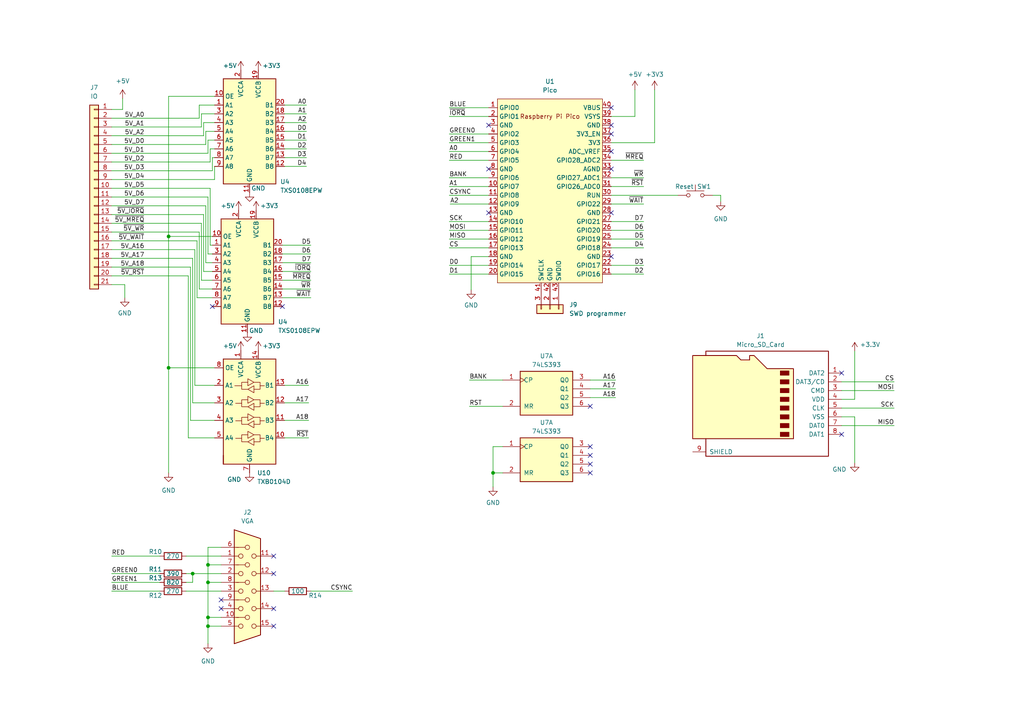
<source format=kicad_sch>
(kicad_sch (version 20230121) (generator eeschema)
  (paper "A4")
  (lib_symbols
    (symbol "74xx:74LS393" (pin_names (offset 1.016))
      (property "Reference" "U" (at -7.62 8.89 0))
      (property "Value" "74LS393" (at -7.62 -8.89 0))
      (symbol "74LS393_1_0"
        (pin input clock (at -12.7 2.54 0) (length 5.08) (name "CP") (number "1"))
        (pin input line (at -12.7 -5.08 0) (length 5.08) (name "MR") (number "2"))
        (pin output line (at 12.7 2.54 180) (length 5.08) (name "Q0") (number "3"))
        (pin output line (at 12.7 0 180) (length 5.08) (name "Q1") (number "4"))
        (pin output line (at 12.7 -2.54 180) (length 5.08) (name "Q2") (number "5"))
        (pin output line (at 12.7 -5.08 180) (length 5.08) (name "Q3") (number "6"))
      )
      (symbol "74LS393_1_1"
        (rectangle (start -7.62 5.08) (end 7.62 -7.62) (stroke (width 0.254)) (fill (type background)))
      )
      (symbol "74LS393_2_0"
        (pin output line (at 12.7 0 180) (length 5.08) (name "Q1") (number "10"))
        (pin output line (at 12.7 2.54 180) (length 5.08) (name "Q0") (number "11"))
        (pin input line (at -12.7 -5.08 0) (length 5.08) (name "MR") (number "12"))
        (pin input clock (at -12.7 2.54 0) (length 5.08) (name "CP") (number "13"))
        (pin output line (at 12.7 -5.08 180) (length 5.08) (name "Q3") (number "8"))
        (pin output line (at 12.7 -2.54 180) (length 5.08) (name "Q2") (number "9"))
      )
      (symbol "74LS393_2_1"
        (rectangle (start -7.62 5.08) (end 7.62 -7.62) (stroke (width 0.254)) (fill (type background)))
      )
      (symbol "74LS393_3_0"
        (pin power_in line (at 0 12.7 270) (length 5.08) (name "VCC") (number "14"))
        (pin power_in line (at 0 -12.7 90) (length 5.08) (name "GND") (number "7"))
      )
      (symbol "74LS393_3_1"
        (rectangle (start -5.08 7.62) (end 5.08 -7.62) (stroke (width 0.254)) (fill (type background)))
      )
    )
    (symbol "Connector:DE15_Receptacle_HighDensity" (pin_names (offset 1.016) hide)
      (property "Reference" "J" (at 0 21.59 0))
      (property "Value" "DE15_Receptacle_HighDensity" (at 0 19.05 0))
      (symbol "DE15_Receptacle_HighDensity_0_1"
        (circle (center -1.905 -10.16) (radius 0.635))
        (circle (center -1.905 -5.08) (radius 0.635))
        (circle (center -1.905 0) (radius 0.635))
        (circle (center -1.905 5.08) (radius 0.635))
        (circle (center -1.905 10.16) (radius 0.635))
        (circle (center 0 -7.62) (radius 0.635))
        (circle (center 0 -2.54) (radius 0.635))
        (polyline (pts (xy -3.175 7.62) (xy -0.635 7.62)))
        (polyline (pts (xy -0.635 -7.62) (xy -3.175 -7.62)))
        (polyline (pts (xy -0.635 -2.54) (xy -3.175 -2.54)))
        (polyline (pts (xy -0.635 2.54) (xy -3.175 2.54)))
        (polyline (pts (xy -0.635 12.7) (xy -3.175 12.7)))
        (polyline (pts (xy -3.81 17.78) (xy -3.81 -15.24) (xy 3.81 -12.7) (xy 3.81 15.24) (xy -3.81 17.78)) (stroke (width 0.254)) (fill (type background)))
        (circle (center 0 2.54) (radius 0.635))
        (circle (center 0 7.62) (radius 0.635))
        (circle (center 0 12.7) (radius 0.635))
        (circle (center 1.905 -10.16) (radius 0.635))
        (circle (center 1.905 -5.08) (radius 0.635))
        (circle (center 1.905 0) (radius 0.635))
        (circle (center 1.905 5.08) (radius 0.635))
        (circle (center 1.905 10.16) (radius 0.635))
      )
      (symbol "DE15_Receptacle_HighDensity_1_1"
        (pin passive line (at -7.62 10.16 0) (length 5.08) (name "~") (number "1"))
        (pin passive line (at -7.62 -7.62 0) (length 5.08) (name "~") (number "10"))
        (pin passive line (at 7.62 10.16 180) (length 5.08) (name "~") (number "11"))
        (pin passive line (at 7.62 5.08 180) (length 5.08) (name "~") (number "12"))
        (pin passive line (at 7.62 0 180) (length 5.08) (name "~") (number "13"))
        (pin passive line (at 7.62 -5.08 180) (length 5.08) (name "~") (number "14"))
        (pin passive line (at 7.62 -10.16 180) (length 5.08) (name "~") (number "15"))
        (pin passive line (at -7.62 5.08 0) (length 5.08) (name "~") (number "2"))
        (pin passive line (at -7.62 0 0) (length 5.08) (name "~") (number "3"))
        (pin passive line (at -7.62 -5.08 0) (length 5.08) (name "~") (number "4"))
        (pin passive line (at -7.62 -10.16 0) (length 5.08) (name "~") (number "5"))
        (pin passive line (at -7.62 12.7 0) (length 5.08) (name "~") (number "6"))
        (pin passive line (at -7.62 7.62 0) (length 5.08) (name "~") (number "7"))
        (pin passive line (at -7.62 2.54 0) (length 5.08) (name "~") (number "8"))
        (pin passive line (at -7.62 -2.54 0) (length 5.08) (name "~") (number "9"))
      )
    )
    (symbol "Connector:Micro_SD_Card" (pin_names (offset 1.016))
      (property "Reference" "J" (at -16.51 15.24 0))
      (property "Value" "Micro_SD_Card" (at 16.51 15.24 0))
      (symbol "Micro_SD_Card_0_1"
        (rectangle (start -7.62 -9.525) (end -5.08 -10.795) (fill (type outline)))
        (rectangle (start -7.62 -6.985) (end -5.08 -8.255) (fill (type outline)))
        (rectangle (start -7.62 -4.445) (end -5.08 -5.715) (fill (type outline)))
        (rectangle (start -7.62 -1.905) (end -5.08 -3.175) (fill (type outline)))
        (rectangle (start -7.62 0.635) (end -5.08 -0.635) (fill (type outline)))
        (rectangle (start -7.62 3.175) (end -5.08 1.905) (fill (type outline)))
        (rectangle (start -7.62 5.715) (end -5.08 4.445) (fill (type outline)))
        (rectangle (start -7.62 8.255) (end -5.08 6.985) (fill (type outline)))
        (polyline (pts (xy 16.51 12.7) (xy 16.51 13.97) (xy -19.05 13.97) (xy -19.05 -16.51) (xy 16.51 -16.51) (xy 16.51 -11.43)) (stroke (width 0.254)))
        (polyline (pts (xy -8.89 -11.43) (xy -8.89 8.89) (xy -1.27 8.89) (xy 2.54 12.7) (xy 3.81 12.7) (xy 3.81 11.43) (xy 6.35 11.43) (xy 7.62 12.7) (xy 20.32 12.7) (xy 20.32 -11.43) (xy -8.89 -11.43)) (stroke (width 0.254)) (fill (type background)))
      )
      (symbol "Micro_SD_Card_1_1"
        (pin bidirectional line (at -22.86 7.62 0) (length 3.81) (name "DAT2") (number "1"))
        (pin bidirectional line (at -22.86 5.08 0) (length 3.81) (name "DAT3/CD") (number "2"))
        (pin input line (at -22.86 2.54 0) (length 3.81) (name "CMD") (number "3"))
        (pin power_in line (at -22.86 0 0) (length 3.81) (name "VDD") (number "4"))
        (pin input line (at -22.86 -2.54 0) (length 3.81) (name "CLK") (number "5"))
        (pin power_in line (at -22.86 -5.08 0) (length 3.81) (name "VSS") (number "6"))
        (pin bidirectional line (at -22.86 -7.62 0) (length 3.81) (name "DAT0") (number "7"))
        (pin bidirectional line (at -22.86 -10.16 0) (length 3.81) (name "DAT1") (number "8"))
        (pin passive line (at 20.32 -15.24 180) (length 3.81) (name "SHIELD") (number "9"))
      )
    )
    (symbol "Connector_Generic:Conn_01x03" (pin_names (offset 1.016) hide)
      (property "Reference" "J" (at 0 5.08 0))
      (property "Value" "Conn_01x03" (at 0 -5.08 0))
      (symbol "Conn_01x03_1_1"
        (rectangle (start -1.27 -2.413) (end 0 -2.667) (stroke (width 0.1524)))
        (rectangle (start -1.27 0.127) (end 0 -0.127) (stroke (width 0.1524)))
        (rectangle (start -1.27 2.667) (end 0 2.413) (stroke (width 0.1524)))
        (rectangle (start -1.27 3.81) (end 1.27 -3.81) (stroke (width 0.254)) (fill (type background)))
        (pin passive line (at -5.08 2.54 0) (length 3.81) (name "Pin_1") (number "1"))
        (pin passive line (at -5.08 0 0) (length 3.81) (name "Pin_2") (number "2"))
        (pin passive line (at -5.08 -2.54 0) (length 3.81) (name "Pin_3") (number "3"))
      )
    )
    (symbol "Connector_Generic:Conn_01x21" (pin_names (offset 1.016) hide)
      (property "Reference" "J" (at 0 27.94 0))
      (property "Value" "Conn_01x21" (at 0 -27.94 0))
      (symbol "Conn_01x21_1_1"
        (rectangle (start -1.27 -25.273) (end 0 -25.527) (stroke (width 0.1524)))
        (rectangle (start -1.27 -22.733) (end 0 -22.987) (stroke (width 0.1524)))
        (rectangle (start -1.27 -20.193) (end 0 -20.447) (stroke (width 0.1524)))
        (rectangle (start -1.27 -17.653) (end 0 -17.907) (stroke (width 0.1524)))
        (rectangle (start -1.27 -15.113) (end 0 -15.367) (stroke (width 0.1524)))
        (rectangle (start -1.27 -12.573) (end 0 -12.827) (stroke (width 0.1524)))
        (rectangle (start -1.27 -10.033) (end 0 -10.287) (stroke (width 0.1524)))
        (rectangle (start -1.27 -7.493) (end 0 -7.747) (stroke (width 0.1524)))
        (rectangle (start -1.27 -4.953) (end 0 -5.207) (stroke (width 0.1524)))
        (rectangle (start -1.27 -2.413) (end 0 -2.667) (stroke (width 0.1524)))
        (rectangle (start -1.27 0.127) (end 0 -0.127) (stroke (width 0.1524)))
        (rectangle (start -1.27 2.667) (end 0 2.413) (stroke (width 0.1524)))
        (rectangle (start -1.27 5.207) (end 0 4.953) (stroke (width 0.1524)))
        (rectangle (start -1.27 7.747) (end 0 7.493) (stroke (width 0.1524)))
        (rectangle (start -1.27 10.287) (end 0 10.033) (stroke (width 0.1524)))
        (rectangle (start -1.27 12.827) (end 0 12.573) (stroke (width 0.1524)))
        (rectangle (start -1.27 15.367) (end 0 15.113) (stroke (width 0.1524)))
        (rectangle (start -1.27 17.907) (end 0 17.653) (stroke (width 0.1524)))
        (rectangle (start -1.27 20.447) (end 0 20.193) (stroke (width 0.1524)))
        (rectangle (start -1.27 22.987) (end 0 22.733) (stroke (width 0.1524)))
        (rectangle (start -1.27 25.527) (end 0 25.273) (stroke (width 0.1524)))
        (rectangle (start -1.27 26.67) (end 1.27 -26.67) (stroke (width 0.254)) (fill (type background)))
        (pin passive line (at -5.08 25.4 0) (length 3.81) (name "Pin_1") (number "1"))
        (pin passive line (at -5.08 2.54 0) (length 3.81) (name "Pin_10") (number "10"))
        (pin passive line (at -5.08 0 0) (length 3.81) (name "Pin_11") (number "11"))
        (pin passive line (at -5.08 -2.54 0) (length 3.81) (name "Pin_12") (number "12"))
        (pin passive line (at -5.08 -5.08 0) (length 3.81) (name "Pin_13") (number "13"))
        (pin passive line (at -5.08 -7.62 0) (length 3.81) (name "Pin_14") (number "14"))
        (pin passive line (at -5.08 -10.16 0) (length 3.81) (name "Pin_15") (number "15"))
        (pin passive line (at -5.08 -12.7 0) (length 3.81) (name "Pin_16") (number "16"))
        (pin passive line (at -5.08 -15.24 0) (length 3.81) (name "Pin_17") (number "17"))
        (pin passive line (at -5.08 -17.78 0) (length 3.81) (name "Pin_18") (number "18"))
        (pin passive line (at -5.08 -20.32 0) (length 3.81) (name "Pin_19") (number "19"))
        (pin passive line (at -5.08 22.86 0) (length 3.81) (name "Pin_2") (number "2"))
        (pin passive line (at -5.08 -22.86 0) (length 3.81) (name "Pin_20") (number "20"))
        (pin passive line (at -5.08 -25.4 0) (length 3.81) (name "Pin_21") (number "21"))
        (pin passive line (at -5.08 20.32 0) (length 3.81) (name "Pin_3") (number "3"))
        (pin passive line (at -5.08 17.78 0) (length 3.81) (name "Pin_4") (number "4"))
        (pin passive line (at -5.08 15.24 0) (length 3.81) (name "Pin_5") (number "5"))
        (pin passive line (at -5.08 12.7 0) (length 3.81) (name "Pin_6") (number "6"))
        (pin passive line (at -5.08 10.16 0) (length 3.81) (name "Pin_7") (number "7"))
        (pin passive line (at -5.08 7.62 0) (length 3.81) (name "Pin_8") (number "8"))
        (pin passive line (at -5.08 5.08 0) (length 3.81) (name "Pin_9") (number "9"))
      )
    )
    (symbol "Device:R" (pin_numbers hide) (pin_names (offset 0))
      (property "Reference" "R" (at 2.032 0 90))
      (property "Value" "R" (at 0 0 90))
      (symbol "R_0_1"
        (rectangle (start -1.016 -2.54) (end 1.016 2.54) (stroke (width 0.254)))
      )
      (symbol "R_1_1"
        (pin passive line (at 0 3.81 270) (length 1.27) (name "~") (number "1"))
        (pin passive line (at 0 -3.81 90) (length 1.27) (name "~") (number "2"))
      )
    )
    (symbol "Logic_LevelTranslator:TXB0104D"
      (property "Reference" "U" (at -6.35 16.51 0))
      (property "Value" "TXB0104D" (at 3.81 16.51 0))
      (symbol "TXB0104D_0_1"
        (rectangle (start -7.62 -15.24) (end -7.62 -12.7) (stroke (width 0.254)))
        (rectangle (start -7.62 15.24) (end 7.62 -15.24) (stroke (width 0.254)) (fill (type background)))
        (polyline (pts (xy -2.286 -7.747) (xy -2.286 -6.731) (xy -0.508 -6.731)))
        (polyline (pts (xy -2.286 -2.667) (xy -2.286 -1.651) (xy -0.508 -1.651)))
        (polyline (pts (xy -2.286 2.413) (xy -2.286 3.429) (xy -0.508 3.429)))
        (polyline (pts (xy -2.286 7.493) (xy -2.286 8.509) (xy -0.508 8.509)))
        (polyline (pts (xy 3.048 -7.747) (xy 3.048 -8.763) (xy 1.27 -8.763)))
        (polyline (pts (xy 3.048 -2.667) (xy 3.048 -3.683) (xy 1.27 -3.683)))
        (polyline (pts (xy 3.048 2.413) (xy 3.048 1.397) (xy 1.27 1.397)))
        (polyline (pts (xy 3.048 7.493) (xy 3.048 6.477) (xy 1.27 6.477)))
        (polyline (pts (xy -0.508 -8.763) (xy -2.286 -8.763) (xy -2.286 -7.747) (xy -4.064 -7.747)))
        (polyline (pts (xy -0.508 -8.763) (xy 1.27 -7.747) (xy 1.27 -9.779) (xy -0.508 -8.763)))
        (polyline (pts (xy -0.508 -3.683) (xy -2.286 -3.683) (xy -2.286 -2.667) (xy -4.064 -2.667)))
        (polyline (pts (xy -0.508 -3.683) (xy 1.27 -2.667) (xy 1.27 -4.699) (xy -0.508 -3.683)))
        (polyline (pts (xy -0.508 1.397) (xy -2.286 1.397) (xy -2.286 2.413) (xy -4.064 2.413)))
        (polyline (pts (xy -0.508 1.397) (xy 1.27 2.413) (xy 1.27 0.381) (xy -0.508 1.397)))
        (polyline (pts (xy -0.508 6.477) (xy -2.286 6.477) (xy -2.286 7.493) (xy -4.318 7.493)))
        (polyline (pts (xy -0.508 6.477) (xy 1.27 7.493) (xy 1.27 5.461) (xy -0.508 6.477)))
        (polyline (pts (xy 1.27 -6.731) (xy -0.508 -7.747) (xy -0.508 -5.715) (xy 1.27 -6.731)))
        (polyline (pts (xy 1.27 -6.731) (xy 3.048 -6.731) (xy 3.048 -7.747) (xy 4.318 -7.747)))
        (polyline (pts (xy 1.27 -1.651) (xy -0.508 -2.667) (xy -0.508 -0.635) (xy 1.27 -1.651)))
        (polyline (pts (xy 1.27 -1.651) (xy 3.048 -1.651) (xy 3.048 -2.667) (xy 4.318 -2.667)))
        (polyline (pts (xy 1.27 3.429) (xy -0.508 2.413) (xy -0.508 4.445) (xy 1.27 3.429)))
        (polyline (pts (xy 1.27 3.429) (xy 3.048 3.429) (xy 3.048 2.413) (xy 4.318 2.413)))
        (polyline (pts (xy 1.27 8.509) (xy -0.508 7.493) (xy -0.508 9.525) (xy 1.27 8.509)))
        (polyline (pts (xy 1.27 8.509) (xy 3.048 8.509) (xy 3.048 7.493) (xy 4.318 7.493)))
      )
      (symbol "TXB0104D_1_1"
        (pin power_in line (at -2.54 17.78 270) (length 2.54) (name "VCCA") (number "1"))
        (pin bidirectional line (at 10.16 -7.62 180) (length 2.54) (name "B4") (number "10"))
        (pin bidirectional line (at 10.16 -2.54 180) (length 2.54) (name "B3") (number "11"))
        (pin bidirectional line (at 10.16 2.54 180) (length 2.54) (name "B2") (number "12"))
        (pin bidirectional line (at 10.16 7.62 180) (length 2.54) (name "B1") (number "13"))
        (pin power_in line (at 2.54 17.78 270) (length 2.54) (name "VCCB") (number "14"))
        (pin bidirectional line (at -10.16 7.62 0) (length 2.54) (name "A1") (number "2"))
        (pin bidirectional line (at -10.16 2.54 0) (length 2.54) (name "A2") (number "3"))
        (pin bidirectional line (at -10.16 -2.54 0) (length 2.54) (name "A3") (number "4"))
        (pin bidirectional line (at -10.16 -7.62 0) (length 2.54) (name "A4") (number "5"))
        (pin no_connect line (at -7.62 -12.7 0) (length 2.54) hide (name "NC") (number "6"))
        (pin power_in line (at 0 -17.78 90) (length 2.54) (name "GND") (number "7"))
        (pin input line (at -10.16 12.7 0) (length 2.54) (name "OE") (number "8"))
        (pin no_connect line (at 7.62 -12.7 180) (length 2.54) hide (name "NC") (number "9"))
      )
    )
    (symbol "Logic_LevelTranslator:TXS0108EPW"
      (property "Reference" "U" (at -6.35 16.51 0))
      (property "Value" "TXS0108EPW" (at 3.81 16.51 0))
      (symbol "TXS0108EPW_0_1"
        (rectangle (start -7.62 15.24) (end 7.62 -15.24) (stroke (width 0.254)) (fill (type background)))
      )
      (symbol "TXS0108EPW_1_1"
        (pin bidirectional line (at -10.16 7.62 0) (length 2.54) (name "A1") (number "1"))
        (pin input line (at -10.16 10.16 0) (length 2.54) (name "OE") (number "10"))
        (pin power_in line (at 0 -17.78 90) (length 2.54) (name "GND") (number "11"))
        (pin bidirectional line (at 10.16 -10.16 180) (length 2.54) (name "B8") (number "12"))
        (pin bidirectional line (at 10.16 -7.62 180) (length 2.54) (name "B7") (number "13"))
        (pin bidirectional line (at 10.16 -5.08 180) (length 2.54) (name "B6") (number "14"))
        (pin bidirectional line (at 10.16 -2.54 180) (length 2.54) (name "B5") (number "15"))
        (pin bidirectional line (at 10.16 0 180) (length 2.54) (name "B4") (number "16"))
        (pin bidirectional line (at 10.16 2.54 180) (length 2.54) (name "B3") (number "17"))
        (pin bidirectional line (at 10.16 5.08 180) (length 2.54) (name "B2") (number "18"))
        (pin power_in line (at 2.54 17.78 270) (length 2.54) (name "VCCB") (number "19"))
        (pin power_in line (at -2.54 17.78 270) (length 2.54) (name "VCCA") (number "2"))
        (pin bidirectional line (at 10.16 7.62 180) (length 2.54) (name "B1") (number "20"))
        (pin bidirectional line (at -10.16 5.08 0) (length 2.54) (name "A2") (number "3"))
        (pin bidirectional line (at -10.16 2.54 0) (length 2.54) (name "A3") (number "4"))
        (pin bidirectional line (at -10.16 0 0) (length 2.54) (name "A4") (number "5"))
        (pin bidirectional line (at -10.16 -2.54 0) (length 2.54) (name "A5") (number "6"))
        (pin bidirectional line (at -10.16 -5.08 0) (length 2.54) (name "A6") (number "7"))
        (pin bidirectional line (at -10.16 -7.62 0) (length 2.54) (name "A7") (number "8"))
        (pin bidirectional line (at -10.16 -10.16 0) (length 2.54) (name "A8") (number "9"))
      )
    )
    (symbol "MCU_RaspberryPi_and_Boards:Pico"
      (property "Reference" "U" (at -13.97 27.94 0))
      (property "Value" "Pico" (at 0 19.05 0))
      (symbol "Pico_0_0"
        (text "Raspberry Pi Pico" (at 0 21.59 0) (effects (font (size 1.27 1.27))))
      )
      (symbol "Pico_0_1"
        (rectangle (start -15.24 26.67) (end 15.24 -26.67) (fill (type background)))
      )
      (symbol "Pico_1_1"
        (pin bidirectional line (at -17.78 24.13 0) (length 2.54) (name "GPIO0") (number "1"))
        (pin bidirectional line (at -17.78 1.27 0) (length 2.54) (name "GPIO7") (number "10"))
        (pin bidirectional line (at -17.78 -1.27 0) (length 2.54) (name "GPIO8") (number "11"))
        (pin bidirectional line (at -17.78 -3.81 0) (length 2.54) (name "GPIO9") (number "12"))
        (pin power_in line (at -17.78 -6.35 0) (length 2.54) (name "GND") (number "13"))
        (pin bidirectional line (at -17.78 -8.89 0) (length 2.54) (name "GPIO10") (number "14"))
        (pin bidirectional line (at -17.78 -11.43 0) (length 2.54) (name "GPIO11") (number "15"))
        (pin bidirectional line (at -17.78 -13.97 0) (length 2.54) (name "GPIO12") (number "16"))
        (pin bidirectional line (at -17.78 -16.51 0) (length 2.54) (name "GPIO13") (number "17"))
        (pin power_in line (at -17.78 -19.05 0) (length 2.54) (name "GND") (number "18"))
        (pin bidirectional line (at -17.78 -21.59 0) (length 2.54) (name "GPIO14") (number "19"))
        (pin bidirectional line (at -17.78 21.59 0) (length 2.54) (name "GPIO1") (number "2"))
        (pin bidirectional line (at -17.78 -24.13 0) (length 2.54) (name "GPIO15") (number "20"))
        (pin bidirectional line (at 17.78 -24.13 180) (length 2.54) (name "GPIO16") (number "21"))
        (pin bidirectional line (at 17.78 -21.59 180) (length 2.54) (name "GPIO17") (number "22"))
        (pin power_in line (at 17.78 -19.05 180) (length 2.54) (name "GND") (number "23"))
        (pin bidirectional line (at 17.78 -16.51 180) (length 2.54) (name "GPIO18") (number "24"))
        (pin bidirectional line (at 17.78 -13.97 180) (length 2.54) (name "GPIO19") (number "25"))
        (pin bidirectional line (at 17.78 -11.43 180) (length 2.54) (name "GPIO20") (number "26"))
        (pin bidirectional line (at 17.78 -8.89 180) (length 2.54) (name "GPIO21") (number "27"))
        (pin power_in line (at 17.78 -6.35 180) (length 2.54) (name "GND") (number "28"))
        (pin bidirectional line (at 17.78 -3.81 180) (length 2.54) (name "GPIO22") (number "29"))
        (pin power_in line (at -17.78 19.05 0) (length 2.54) (name "GND") (number "3"))
        (pin input line (at 17.78 -1.27 180) (length 2.54) (name "RUN") (number "30"))
        (pin bidirectional line (at 17.78 1.27 180) (length 2.54) (name "GPIO26_ADC0") (number "31"))
        (pin bidirectional line (at 17.78 3.81 180) (length 2.54) (name "GPIO27_ADC1") (number "32"))
        (pin power_in line (at 17.78 6.35 180) (length 2.54) (name "AGND") (number "33"))
        (pin bidirectional line (at 17.78 8.89 180) (length 2.54) (name "GPIO28_ADC2") (number "34"))
        (pin power_in line (at 17.78 11.43 180) (length 2.54) (name "ADC_VREF") (number "35"))
        (pin power_in line (at 17.78 13.97 180) (length 2.54) (name "3V3") (number "36"))
        (pin input line (at 17.78 16.51 180) (length 2.54) (name "3V3_EN") (number "37"))
        (pin bidirectional line (at 17.78 19.05 180) (length 2.54) (name "GND") (number "38"))
        (pin power_in line (at 17.78 21.59 180) (length 2.54) (name "VSYS") (number "39"))
        (pin bidirectional line (at -17.78 16.51 0) (length 2.54) (name "GPIO2") (number "4"))
        (pin power_in line (at 17.78 24.13 180) (length 2.54) (name "VBUS") (number "40"))
        (pin input line (at -2.54 -29.21 90) (length 2.54) (name "SWCLK") (number "41"))
        (pin power_in line (at 0 -29.21 90) (length 2.54) (name "GND") (number "42"))
        (pin bidirectional line (at 2.54 -29.21 90) (length 2.54) (name "SWDIO") (number "43"))
        (pin bidirectional line (at -17.78 13.97 0) (length 2.54) (name "GPIO3") (number "5"))
        (pin bidirectional line (at -17.78 11.43 0) (length 2.54) (name "GPIO4") (number "6"))
        (pin bidirectional line (at -17.78 8.89 0) (length 2.54) (name "GPIO5") (number "7"))
        (pin power_in line (at -17.78 6.35 0) (length 2.54) (name "GND") (number "8"))
        (pin bidirectional line (at -17.78 3.81 0) (length 2.54) (name "GPIO6") (number "9"))
      )
    )
    (symbol "Switch:SW_Push" (pin_numbers hide) (pin_names (offset 1.016) hide)
      (property "Reference" "SW" (at 1.27 2.54 0))
      (property "Value" "SW_Push" (at 0 -1.524 0))
      (symbol "SW_Push_0_1"
        (circle (center -2.032 0) (radius 0.508))
        (polyline (pts (xy 0 1.27) (xy 0 3.048)))
        (polyline (pts (xy 2.54 1.27) (xy -2.54 1.27)))
        (circle (center 2.032 0) (radius 0.508))
        (pin passive line (at -5.08 0 0) (length 2.54) (name "1") (number "1"))
        (pin passive line (at 5.08 0 180) (length 2.54) (name "2") (number "2"))
      )
    )
    (symbol "power:+3.3V" (power) (pin_names (offset 0))
      (property "Value" "+3.3V" (at 0 3.556 0))
      (symbol "+3.3V_0_1"
        (polyline (pts (xy -0.762 1.27) (xy 0 2.54)))
        (polyline (pts (xy 0 0) (xy 0 2.54)))
        (polyline (pts (xy 0 2.54) (xy 0.762 1.27)))
      )
      (symbol "+3.3V_1_1"
        (pin power_in line (at 0 0 90) (length 0) hide (name "+3.3V") (number "1"))
      )
    )
    (symbol "power:+3V3" (power) (pin_names (offset 0))
      (property "Value" "+3V3" (at 0 3.556 0))
      (symbol "+3V3_0_1"
        (polyline (pts (xy -0.762 1.27) (xy 0 2.54)))
        (polyline (pts (xy 0 0) (xy 0 2.54)))
        (polyline (pts (xy 0 2.54) (xy 0.762 1.27)))
      )
      (symbol "+3V3_1_1"
        (pin power_in line (at 0 0 90) (length 0) hide (name "+3V3") (number "1"))
      )
    )
    (symbol "power:+5V" (power) (pin_names (offset 0))
      (property "Value" "+5V" (at 0 3.556 0))
      (symbol "+5V_0_1"
        (polyline (pts (xy -0.762 1.27) (xy 0 2.54)))
        (polyline (pts (xy 0 0) (xy 0 2.54)))
        (polyline (pts (xy 0 2.54) (xy 0.762 1.27)))
      )
      (symbol "+5V_1_1"
        (pin power_in line (at 0 0 90) (length 0) hide (name "+5V") (number "1"))
      )
    )
    (symbol "power:GND" (power) (pin_names (offset 0))
      (property "Value" "GND" (at 0 -3.81 0))
      (symbol "GND_0_1"
        (polyline (pts (xy 0 0) (xy 0 -1.27) (xy 1.27 -1.27) (xy 0 -2.54) (xy -1.27 -1.27) (xy 0 -1.27)))
      )
      (symbol "GND_1_1"
        (pin power_in line (at 0 0 270) (length 0) hide (name "GND") (number "1"))
      )
    )
  )
  (junction (at 60.325 181.61))
  (junction (at 60.325 168.91))
  (junction (at 143.002 137.16))
  (junction (at 48.895 106.68))
  (junction (at 60.325 179.07))
  (junction (at 60.325 163.83))
  (junction (at 48.895 68.58))
  (junction (at 55.88 166.37))
  (no_connect (at 171.196 132.08))
  (no_connect (at 81.915 88.9))
  (no_connect (at 171.196 134.62))
  (no_connect (at 244.094 108.204))
  (no_connect (at 141.732 61.722))
  (no_connect (at 141.732 49.022))
  (no_connect (at 79.375 176.53))
  (no_connect (at 177.292 61.722))
  (no_connect (at 171.196 117.856))
  (no_connect (at 244.094 125.984))
  (no_connect (at 61.595 88.9))
  (no_connect (at 64.135 176.53))
  (no_connect (at 79.375 181.61))
  (no_connect (at 64.135 173.99))
  (no_connect (at 141.732 36.322))
  (no_connect (at 177.292 31.242))
  (no_connect (at 79.375 166.37))
  (no_connect (at 171.196 129.54))
  (no_connect (at 177.292 36.322))
  (no_connect (at 177.292 38.862))
  (no_connect (at 177.292 43.942))
  (no_connect (at 177.292 49.022))
  (no_connect (at 171.196 137.16))
  (no_connect (at 177.292 74.422))
  (no_connect (at 79.375 161.29))
  (wire (pts (xy 184.15 33.782) (xy 177.292 33.782)))
  (wire (pts (xy 58.42 64.77) (xy 58.42 81.28)))
  (wire (pts (xy 177.292 54.102) (xy 186.69 54.102)))
  (wire (pts (xy 32.385 44.45) (xy 60.325 44.45)))
  (wire (pts (xy 32.385 36.83) (xy 58.42 36.83)))
  (wire (pts (xy 32.385 41.91) (xy 59.69 41.91)))
  (wire (pts (xy 81.915 83.82) (xy 90.17 83.82)))
  (wire (pts (xy 32.385 64.77) (xy 58.42 64.77)))
  (wire (pts (xy 130.302 38.862) (xy 141.732 38.862)))
  (wire (pts (xy 35.56 28.575) (xy 35.56 31.75)))
  (wire (pts (xy 58.42 36.83) (xy 58.42 33.02)))
  (wire (pts (xy 57.785 83.82) (xy 61.595 83.82)))
  (wire (pts (xy 48.895 27.94) (xy 62.23 27.94)))
  (wire (pts (xy 56.515 72.39) (xy 56.515 111.76)))
  (wire (pts (xy 55.88 74.93) (xy 55.88 116.84)))
  (wire (pts (xy 32.385 52.07) (xy 62.23 52.07)))
  (wire (pts (xy 60.325 168.91) (xy 60.325 163.83)))
  (wire (pts (xy 141.732 74.422) (xy 136.652 74.422)))
  (wire (pts (xy 82.55 48.26) (xy 88.9 48.26)))
  (wire (pts (xy 82.55 35.56) (xy 88.9 35.56)))
  (wire (pts (xy 57.785 34.29) (xy 57.785 30.48)))
  (wire (pts (xy 58.42 81.28) (xy 61.595 81.28)))
  (wire (pts (xy 143.002 137.16) (xy 145.796 137.16)))
  (wire (pts (xy 53.975 166.37) (xy 55.88 166.37)))
  (wire (pts (xy 54.61 80.01) (xy 54.61 127)))
  (wire (pts (xy 141.732 54.102) (xy 130.302 54.102)))
  (wire (pts (xy 48.895 68.58) (xy 61.595 68.58)))
  (wire (pts (xy 177.292 46.482) (xy 186.69 46.482)))
  (wire (pts (xy 247.904 120.904) (xy 247.904 134.239)))
  (wire (pts (xy 60.325 158.75) (xy 64.135 158.75)))
  (wire (pts (xy 143.002 141.224) (xy 143.002 137.16)))
  (wire (pts (xy 143.002 129.54) (xy 145.796 129.54)))
  (wire (pts (xy 171.196 112.776) (xy 178.562 112.776)))
  (wire (pts (xy 244.094 115.824) (xy 247.904 115.824)))
  (wire (pts (xy 32.385 69.85) (xy 57.15 69.85)))
  (wire (pts (xy 60.325 163.83) (xy 60.325 158.75)))
  (wire (pts (xy 247.904 115.824) (xy 247.904 101.854)))
  (wire (pts (xy 59.69 76.2) (xy 61.595 76.2)))
  (wire (pts (xy 32.385 74.93) (xy 55.88 74.93)))
  (wire (pts (xy 60.325 179.07) (xy 60.325 168.91)))
  (wire (pts (xy 55.88 166.37) (xy 64.135 166.37)))
  (wire (pts (xy 82.55 30.48) (xy 88.9 30.48)))
  (wire (pts (xy 81.915 81.28) (xy 90.17 81.28)))
  (wire (pts (xy 36.195 86.36) (xy 36.195 82.55)))
  (wire (pts (xy 184.15 26.035) (xy 184.15 33.782)))
  (wire (pts (xy 59.055 39.37) (xy 59.055 35.56)))
  (wire (pts (xy 136.144 117.856) (xy 145.796 117.856)))
  (wire (pts (xy 177.292 76.962) (xy 186.69 76.962)))
  (wire (pts (xy 177.292 56.642) (xy 196.596 56.642)))
  (wire (pts (xy 177.292 51.562) (xy 186.69 51.562)))
  (wire (pts (xy 130.302 64.262) (xy 141.732 64.262)))
  (wire (pts (xy 259.334 123.444) (xy 244.094 123.444)))
  (wire (pts (xy 60.325 57.15) (xy 60.325 73.66)))
  (wire (pts (xy 61.595 73.66) (xy 60.325 73.66)))
  (wire (pts (xy 32.385 168.91) (xy 46.355 168.91)))
  (wire (pts (xy 48.895 137.16) (xy 48.895 106.68)))
  (wire (pts (xy 178.562 115.316) (xy 171.196 115.316)))
  (wire (pts (xy 130.302 76.962) (xy 141.732 76.962)))
  (wire (pts (xy 186.69 71.882) (xy 177.292 71.882)))
  (wire (pts (xy 58.42 33.02) (xy 62.23 33.02)))
  (wire (pts (xy 60.96 54.61) (xy 60.96 71.12)))
  (wire (pts (xy 32.385 46.99) (xy 60.96 46.99)))
  (wire (pts (xy 32.385 77.47) (xy 55.245 77.47)))
  (wire (pts (xy 81.915 78.74) (xy 90.17 78.74)))
  (wire (pts (xy 130.302 46.482) (xy 141.732 46.482)))
  (wire (pts (xy 177.292 79.502) (xy 186.69 79.502)))
  (wire (pts (xy 130.556 59.182) (xy 141.732 59.182)))
  (wire (pts (xy 55.245 77.47) (xy 55.245 121.92)))
  (wire (pts (xy 32.385 54.61) (xy 60.96 54.61)))
  (wire (pts (xy 177.292 66.802) (xy 186.69 66.802)))
  (wire (pts (xy 57.15 86.36) (xy 61.595 86.36)))
  (wire (pts (xy 60.96 71.12) (xy 61.595 71.12)))
  (wire (pts (xy 259.334 118.364) (xy 244.094 118.364)))
  (wire (pts (xy 60.325 181.61) (xy 60.325 179.07)))
  (wire (pts (xy 32.385 72.39) (xy 56.515 72.39)))
  (wire (pts (xy 82.55 45.72) (xy 88.9 45.72)))
  (wire (pts (xy 259.334 110.744) (xy 244.094 110.744)))
  (wire (pts (xy 59.055 35.56) (xy 62.23 35.56)))
  (wire (pts (xy 32.385 80.01) (xy 54.61 80.01)))
  (wire (pts (xy 130.302 66.802) (xy 141.732 66.802)))
  (wire (pts (xy 54.61 127) (xy 62.23 127)))
  (wire (pts (xy 177.292 69.342) (xy 186.69 69.342)))
  (wire (pts (xy 62.23 52.07) (xy 62.23 48.26)))
  (wire (pts (xy 57.15 69.85) (xy 57.15 86.36)))
  (wire (pts (xy 57.785 67.31) (xy 57.785 83.82)))
  (wire (pts (xy 82.55 111.76) (xy 89.535 111.76)))
  (wire (pts (xy 36.195 82.55) (xy 32.385 82.55)))
  (wire (pts (xy 32.385 171.45) (xy 46.355 171.45)))
  (wire (pts (xy 53.975 168.91) (xy 55.88 168.91)))
  (wire (pts (xy 177.292 64.262) (xy 186.69 64.262)))
  (wire (pts (xy 60.325 179.07) (xy 64.135 179.07)))
  (wire (pts (xy 60.96 46.99) (xy 60.96 43.18)))
  (wire (pts (xy 244.094 120.904) (xy 247.904 120.904)))
  (wire (pts (xy 35.56 31.75) (xy 32.385 31.75)))
  (wire (pts (xy 59.055 78.74) (xy 61.595 78.74)))
  (wire (pts (xy 32.385 34.29) (xy 57.785 34.29)))
  (wire (pts (xy 61.595 45.72) (xy 62.23 45.72)))
  (wire (pts (xy 82.55 38.1) (xy 88.9 38.1)))
  (wire (pts (xy 55.245 121.92) (xy 62.23 121.92)))
  (wire (pts (xy 209.042 56.642) (xy 206.756 56.642)))
  (wire (pts (xy 81.915 71.12) (xy 90.17 71.12)))
  (wire (pts (xy 189.865 41.402) (xy 177.292 41.402)))
  (wire (pts (xy 48.895 27.94) (xy 48.895 68.58)))
  (wire (pts (xy 32.385 57.15) (xy 60.325 57.15)))
  (wire (pts (xy 82.55 43.18) (xy 88.9 43.18)))
  (wire (pts (xy 130.302 41.402) (xy 141.732 41.402)))
  (wire (pts (xy 177.292 59.182) (xy 186.69 59.182)))
  (wire (pts (xy 55.88 168.91) (xy 55.88 166.37)))
  (wire (pts (xy 130.302 51.562) (xy 141.732 51.562)))
  (wire (pts (xy 60.325 186.69) (xy 60.325 181.61)))
  (wire (pts (xy 60.325 40.64) (xy 62.23 40.64)))
  (wire (pts (xy 60.325 44.45) (xy 60.325 40.64)))
  (wire (pts (xy 53.975 171.45) (xy 64.135 171.45)))
  (wire (pts (xy 48.895 106.68) (xy 48.895 68.58)))
  (wire (pts (xy 143.002 137.16) (xy 143.002 129.54)))
  (wire (pts (xy 59.69 41.91) (xy 59.69 38.1)))
  (wire (pts (xy 130.302 43.942) (xy 141.732 43.942)))
  (wire (pts (xy 59.69 59.69) (xy 59.69 76.2)))
  (wire (pts (xy 130.302 71.882) (xy 141.732 71.882)))
  (wire (pts (xy 136.652 74.422) (xy 136.652 84.074)))
  (wire (pts (xy 79.375 171.45) (xy 82.55 171.45)))
  (wire (pts (xy 48.895 106.68) (xy 62.23 106.68)))
  (wire (pts (xy 53.975 161.29) (xy 64.135 161.29)))
  (wire (pts (xy 130.302 79.502) (xy 141.732 79.502)))
  (wire (pts (xy 32.385 166.37) (xy 46.355 166.37)))
  (wire (pts (xy 61.595 49.53) (xy 61.595 45.72)))
  (wire (pts (xy 209.042 56.642) (xy 209.042 58.42)))
  (wire (pts (xy 32.385 49.53) (xy 61.595 49.53)))
  (wire (pts (xy 81.915 73.66) (xy 90.17 73.66)))
  (wire (pts (xy 130.302 56.642) (xy 141.732 56.642)))
  (wire (pts (xy 82.55 116.84) (xy 89.535 116.84)))
  (wire (pts (xy 32.385 59.69) (xy 59.69 59.69)))
  (wire (pts (xy 59.69 38.1) (xy 62.23 38.1)))
  (wire (pts (xy 55.88 116.84) (xy 62.23 116.84)))
  (wire (pts (xy 60.325 163.83) (xy 64.135 163.83)))
  (wire (pts (xy 81.915 76.2) (xy 90.17 76.2)))
  (wire (pts (xy 32.385 62.23) (xy 59.055 62.23)))
  (wire (pts (xy 60.325 181.61) (xy 64.135 181.61)))
  (wire (pts (xy 57.785 30.48) (xy 62.23 30.48)))
  (wire (pts (xy 130.302 33.782) (xy 141.732 33.782)))
  (wire (pts (xy 32.385 67.31) (xy 57.785 67.31)))
  (wire (pts (xy 259.334 113.284) (xy 244.094 113.284)))
  (wire (pts (xy 82.55 121.92) (xy 89.535 121.92)))
  (wire (pts (xy 189.865 26.035) (xy 189.865 41.402)))
  (wire (pts (xy 81.915 86.36) (xy 90.17 86.36)))
  (wire (pts (xy 90.17 171.45) (xy 102.235 171.45)))
  (wire (pts (xy 130.302 69.342) (xy 141.732 69.342)))
  (wire (pts (xy 171.196 110.236) (xy 178.562 110.236)))
  (wire (pts (xy 60.96 43.18) (xy 62.23 43.18)))
  (wire (pts (xy 82.55 127) (xy 89.535 127)))
  (wire (pts (xy 82.55 40.64) (xy 88.9 40.64)))
  (wire (pts (xy 56.515 111.76) (xy 62.23 111.76)))
  (wire (pts (xy 130.302 31.242) (xy 141.732 31.242)))
  (wire (pts (xy 82.55 33.02) (xy 88.9 33.02)))
  (wire (pts (xy 59.055 62.23) (xy 59.055 78.74)))
  (wire (pts (xy 136.144 110.236) (xy 145.796 110.236)))
  (wire (pts (xy 32.385 161.29) (xy 46.355 161.29)))
  (wire (pts (xy 60.325 168.91) (xy 64.135 168.91)))
  (wire (pts (xy 32.385 39.37) (xy 59.055 39.37)))
  (label "D2" (at 88.9 43.18 180))
  (label "CSYNC" (at 130.302 56.642 0))
  (label "~{WR}" (at 90.17 83.82 180))
  (label "~{WAIT}" (at 186.69 59.182 180))
  (label "5V_A18" (at 41.91 77.47 180))
  (label "SCK" (at 130.302 64.262 0))
  (label "5V_A2" (at 41.91 39.37 180))
  (label "A18" (at 89.535 121.92 180))
  (label "D6" (at 90.17 73.66 180))
  (label "5V_D3" (at 41.91 49.53 180))
  (label "BANK" (at 136.144 110.236 0))
  (label "A0" (at 130.302 43.942 0))
  (label "5V_A16" (at 41.91 72.39 180))
  (label "A1" (at 130.302 54.102 0))
  (label "5V_A17" (at 41.91 74.93 180))
  (label "A17" (at 178.562 112.776 180))
  (label "D6" (at 186.69 66.802 180))
  (label "5V_D5" (at 41.91 54.61 180))
  (label "~{RST}" (at 186.69 54.102 180))
  (label "~{MREQ}" (at 90.17 81.28 180))
  (label "BLUE" (at 130.302 31.242 0))
  (label "D3" (at 186.69 76.962 180))
  (label "BLUE" (at 32.385 171.45 0))
  (label "A0" (at 88.9 30.48 180))
  (label "~{RST}" (at 89.535 127 180))
  (label "D2" (at 186.69 79.502 180))
  (label "RST" (at 136.144 117.856 0))
  (label "D1" (at 130.302 79.502 0))
  (label "A18" (at 178.562 115.316 180))
  (label "A17" (at 89.535 116.84 180))
  (label "A16" (at 89.535 111.76 180))
  (label "~{MREQ}" (at 186.69 46.482 180))
  (label "MISO" (at 130.302 69.342 0))
  (label "GREEN0" (at 130.302 38.862 0))
  (label "CS" (at 259.334 110.744 180))
  (label "MOSI" (at 130.302 66.802 0))
  (label "~{IORQ}" (at 130.302 33.782 0))
  (label "D5" (at 186.69 69.342 180))
  (label "~{5V_WAIT}" (at 41.91 69.85 180))
  (label "RED" (at 130.302 46.482 0))
  (label "~{IORQ}" (at 90.17 78.74 180))
  (label "A16" (at 178.562 110.236 180))
  (label "~{WAIT}" (at 90.17 86.36 180))
  (label "GREEN0" (at 32.385 166.37 0))
  (label "MISO" (at 259.334 123.444 180))
  (label "D0" (at 130.302 76.962 0))
  (label "D7" (at 186.69 64.262 180))
  (label "BANK" (at 130.302 51.562 0))
  (label "D3" (at 88.9 45.72 180))
  (label "5V_D7" (at 41.91 59.69 180))
  (label "A1" (at 88.9 33.02 180))
  (label "D0" (at 88.9 38.1 180))
  (label "GREEN1" (at 130.302 41.402 0))
  (label "5V_A1" (at 41.91 36.83 180))
  (label "MOSI" (at 259.334 113.284 180))
  (label "D4" (at 88.9 48.26 180))
  (label "5V_D6" (at 41.91 57.15 180))
  (label "D5" (at 90.17 71.12 180))
  (label "A2" (at 88.9 35.56 180))
  (label "~{5V_WR}" (at 41.91 67.31 180))
  (label "5V_D2" (at 41.91 46.99 180))
  (label "SCK" (at 259.334 118.364 180))
  (label "CSYNC" (at 102.235 171.45 180))
  (label "5V_D1" (at 41.91 44.45 180))
  (label "~{WR}" (at 186.69 51.562 180))
  (label "D7" (at 90.17 76.2 180))
  (label "~{5V_IORQ}" (at 41.91 62.23 180))
  (label "A2" (at 130.556 59.182 0))
  (label "~{5V_RST}" (at 41.91 80.01 180))
  (label "GREEN1" (at 32.385 168.91 0))
  (label "5V_A0" (at 41.91 34.29 180))
  (label "RED" (at 32.385 161.29 0))
  (label "5V_D4" (at 41.91 52.07 180))
  (label "5V_D0" (at 41.91 41.91 180))
  (label "D1" (at 88.9 40.64 180))
  (label "CS" (at 130.302 71.882 0))
  (label "D4" (at 186.69 71.882 180))
  (label "~{5V_MREQ}" (at 41.91 64.77 180))
  (symbol (lib_id "Connector_Generic:Conn_01x03") (at 159.512 89.662 270) (unit 1)
    (property "Reference" "J9" (at 165.1 88.392 90) (effects (justify left)))
    (property "Value" "SWD programmer" (at 165.1 90.932 90) (effects (justify left)))
  )
  (symbol (lib_id "power:GND") (at 36.195 86.36 0) (unit 1)
    (property "Reference" "#PWR013" (effects hide))
    (property "Value" "GND" (at 36.195 90.805 0))
    (instances (project "circuit" (path "" (reference "#PWR013") (unit 1)) (path "" (reference "#PWR027") (unit 1)) (path "" (reference "#PWR052") (unit 1))))
  )
  (symbol (lib_id "Connector:DE15_Receptacle_HighDensity") (at 71.755 171.45 0) (unit 1)
    (property "Reference" "J2" (at 71.755 148.59 0))
    (property "Value" "VGA" (at 71.755 151.13 0))
    (property "Datasheet" " ~" (effects hide))
    (instances (project "circuit" (path "" (reference "J2") (unit 1)) (path "" (reference "J10") (unit 1))))
  )
  (symbol (lib_id "Device:R") (at 50.165 168.91 90) (unit 1)
    (property "Reference" "R13" (at 45.085 167.64 90))
    (property "Value" "820" (at 50.165 168.91 90))
  )
  (symbol (lib_id "power:GND") (at 247.904 134.239 0) (unit 1)
    (property "Reference" "#PWR014" (effects hide))
    (property "Value" "GND" (at 243.459 136.144 0))
    (instances (project "circuit" (path "" (reference "#PWR014") (unit 1)) (path "" (reference "#PWR033") (unit 1))))
  )
  (symbol (lib_id "power:GND") (at 48.895 137.16 0) (unit 1)
    (property "Reference" "#PWR046" (effects hide))
    (property "Value" "GND" (at 48.895 142.24 0))
  )
  (symbol (lib_id "Switch:SW_Push") (at 201.676 56.642 0) (unit 1)
    (property "Reference" "SW1" (at 204.216 54.102 0))
    (property "Value" "Reset" (at 198.501 54.102 0))
  )
  (symbol (lib_id "power:GND") (at 143.002 141.224 0) (unit 1)
    (property "Reference" "#PWR053" (effects hide))
    (property "Value" "GND" (at 143.002 145.796 0))
  )
  (symbol (lib_id "power:+5V") (at 35.56 28.575 0) (unit 1)
    (property "Reference" "#PWR012" (effects hide))
    (property "Value" "+5V" (at 35.56 23.495 0))
    (instances (project "circuit" (path "" (reference "#PWR012") (unit 1)) (path "" (reference "#PWR026") (unit 1)) (path "" (reference "#PWR051") (unit 1))))
  )
  (symbol (lib_id "Logic_LevelTranslator:TXS0108EPW") (at 71.755 78.74 0) (unit 1)
    (property "Reference" "U4" (at 80.645 93.345 0) (effects (justify left)))
    (property "Value" "TXS0108EPW" (at 80.645 95.885 0) (effects (justify left)))
    (property "Footprint" "Package_SO:TSSOP-20_4.4x6.5mm_P0.65mm" (effects hide))
    (property "Datasheet" "www.ti.com/lit/ds/symlink/txs0108e.pdf" (effects hide))
    (instances (project "circuit" (path "" (reference "U4") (unit 1)) (path "" (reference "U15") (unit 1))))
  )
  (symbol (lib_id "74xx:74LS393") (at 158.496 112.776 0) (unit 1)
    (property "Reference" "U7" (at 158.496 103.251 0))
    (property "Value" "74LS393" (at 158.496 105.791 0))
    (property "Datasheet" "74xx\\74LS393.pdf" (effects hide))
    (instances (project "circuit" (path "" (reference "U7") (unit 1)) (path "" (reference "U11") (unit 1))))
  )
  (symbol (lib_id "MCU_RaspberryPi_and_Boards:Pico") (at 159.512 55.372 0) (unit 1)
    (property "Reference" "U1" (at 159.512 23.622 0))
    (property "Value" "Pico" (at 159.512 26.162 0))
    (property "Footprint" "RPi_Pico:RPi_Pico_SMD_TH" (effects hide))
    (instances (project "circuit" (path "" (reference "U1") (unit 1)) (path "" (reference "U12") (unit 1))))
  )
  (symbol (lib_id "Device:R") (at 50.165 161.29 90) (unit 1)
    (property "Reference" "R10" (at 45.085 160.02 90))
    (property "Value" "270" (at 50.165 161.29 90))
  )
  (symbol (lib_id "power:GND") (at 72.39 137.16 0) (unit 1)
    (property "Reference" "#PWR038" (effects hide))
    (property "Value" "GND" (at 67.945 139.065 0))
  )
  (symbol (lib_id "power:GND") (at 136.652 84.074 0) (unit 1)
    (property "Reference" "#PWR048" (effects hide))
    (property "Value" "GND" (at 136.652 88.519 0))
  )
  (symbol (lib_id "power:+3V3") (at 74.93 20.32 0) (unit 1)
    (property "Reference" "#PWR042" (effects hide))
    (property "Value" "+3V3" (at 78.74 19.05 0))
  )
  (symbol (lib_id "Device:R") (at 50.165 166.37 90) (unit 1)
    (property "Reference" "R11" (at 45.085 165.1 90))
    (property "Value" "390" (at 50.165 166.37 90))
  )
  (symbol (lib_id "Device:R") (at 50.165 171.45 90) (unit 1)
    (property "Reference" "R12" (at 45.085 172.72 90))
    (property "Value" "270" (at 50.165 171.45 90))
  )
  (symbol (lib_id "power:GND") (at 60.325 186.69 0) (unit 1)
    (property "Reference" "#PWR045" (effects hide))
    (property "Value" "GND" (at 60.325 191.77 0))
  )
  (symbol (lib_id "power:+3V3") (at 74.93 101.6 0) (unit 1)
    (property "Reference" "#PWR044" (effects hide))
    (property "Value" "+3V3" (at 78.74 100.33 0))
  )
  (symbol (lib_id "power:GND") (at 71.755 96.52 0) (unit 1)
    (property "Reference" "#PWR037" (effects hide))
    (property "Value" "GND" (at 74.295 95.885 0))
  )
  (symbol (lib_id "power:GND") (at 209.042 58.42 0) (unit 1)
    (property "Reference" "#PWR050" (effects hide))
    (property "Value" "GND" (at 209.042 63.5 0))
  )
  (symbol (lib_id "power:+5V") (at 69.85 101.6 0) (unit 1)
    (property "Reference" "#PWR040" (effects hide))
    (property "Value" "+5V" (at 66.675 100.33 0))
  )
  (symbol (lib_id "Connector_Generic:Conn_01x21") (at 27.305 57.15 0) (mirror y) (unit 1)
    (property "Reference" "J7" (at 27.305 25.4 0))
    (property "Value" "IO" (at 27.305 27.94 0))
    (instances (project "circuit" (path "" (reference "J7") (unit 1)) (path "" (reference "J11") (unit 1))))
  )
  (symbol (lib_id "Connector:Micro_SD_Card") (at 221.234 115.824 0) (mirror y) (unit 1)
    (property "Reference" "J1" (at 220.599 97.409 0))
    (property "Value" "Micro_SD_Card" (at 220.599 99.949 0))
    (property "Datasheet" "http://katalog.we-online.de/em/datasheet/693072010801.pdf" (effects hide))
    (instances (project "circuit" (path "" (reference "J1") (unit 1)) (path "" (reference "J6") (unit 1))))
  )
  (symbol (lib_id "power:GND") (at 72.39 55.88 0) (unit 1)
    (property "Reference" "#PWR036" (effects hide))
    (property "Value" "GND" (at 74.93 54.61 0))
  )
  (symbol (lib_id "Logic_LevelTranslator:TXB0104D") (at 72.39 119.38 0) (unit 1)
    (property "Reference" "U10" (at 74.5841 137.16 0) (effects (justify left)))
    (property "Value" "TXB0104D" (at 74.5841 139.7 0) (effects (justify left)))
    (property "Footprint" "Package_SO:SOIC-14_3.9x8.7mm_P1.27mm" (effects hide))
    (property "Datasheet" "http://www.ti.com/lit/ds/symlink/txb0104.pdf" (effects hide))
  )
  (symbol (lib_id "74xx:74LS393") (at 158.496 132.08 0) (unit 1)
    (property "Reference" "U7" (at 158.496 122.555 0))
    (property "Value" "74LS393" (at 158.496 125.095 0))
    (property "Datasheet" "74xx\\74LS393.pdf" (effects hide))
    (instances (project "circuit" (path "" (reference "U7") (unit 1)) (path "" (reference "U11") (unit 2))))
  )
  (symbol (lib_id "Logic_LevelTranslator:TXS0108EPW") (at 72.39 38.1 0) (unit 1)
    (property "Reference" "U4" (at 81.28 52.705 0) (effects (justify left)))
    (property "Value" "TXS0108EPW" (at 81.28 55.245 0) (effects (justify left)))
    (property "Footprint" "Package_SO:TSSOP-20_4.4x6.5mm_P0.65mm" (effects hide))
    (property "Datasheet" "www.ti.com/lit/ds/symlink/txs0108e.pdf" (effects hide))
    (instances (project "circuit" (path "" (reference "U4") (unit 1)) (path "" (reference "U14") (unit 1))))
  )
  (symbol (lib_id "power:+3V3") (at 189.865 26.035 0) (unit 1)
    (property "Reference" "#PWR049" (effects hide))
    (property "Value" "+3V3" (at 189.865 21.59 0))
  )
  (symbol (lib_id "power:+5V") (at 184.15 26.035 0) (unit 1)
    (property "Reference" "#PWR047" (effects hide))
    (property "Value" "+5V" (at 184.15 21.59 0))
  )
  (symbol (lib_id "power:+3.3V") (at 247.904 101.854 0) (unit 1)
    (property "Reference" "#PWR015" (effects hide))
    (property "Value" "+3.3V" (at 252.349 99.949 0))
    (instances (project "circuit" (path "" (reference "#PWR015") (unit 1)) (path "" (reference "#PWR032") (unit 1))))
  )
  (symbol (lib_id "power:+3V3") (at 74.295 60.96 0) (unit 1)
    (property "Reference" "#PWR043" (effects hide))
    (property "Value" "+3V3" (at 78.105 59.69 0))
  )
  (symbol (lib_id "Device:R") (at 86.36 171.45 270) (mirror x) (unit 1)
    (property "Reference" "R14" (at 91.44 172.72 90))
    (property "Value" "100" (at 86.36 171.45 90))
  )
  (symbol (lib_id "power:+5V") (at 69.215 60.96 0) (unit 1)
    (property "Reference" "#PWR039" (effects hide))
    (property "Value" "+5V" (at 66.04 59.69 0))
  )
  (symbol (lib_id "power:+5V") (at 69.85 20.32 0) (unit 1)
    (property "Reference" "#PWR041" (effects hide))
    (property "Value" "+5V" (at 66.675 19.05 0))
  )
)
</source>
